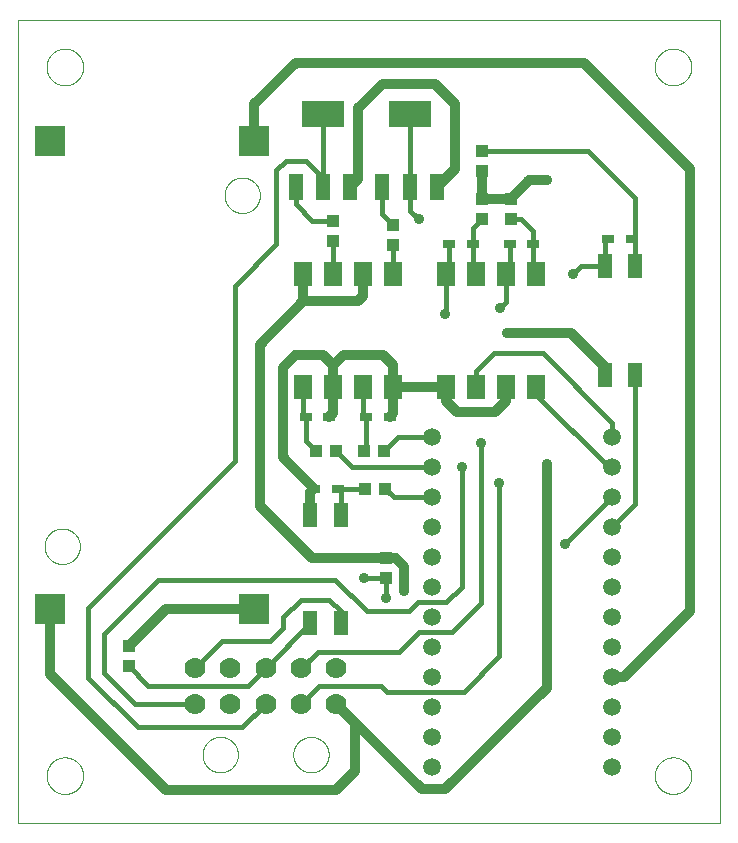
<source format=gtl>
G75*
%MOIN*%
%OFA0B0*%
%FSLAX25Y25*%
%IPPOS*%
%LPD*%
%AMOC8*
5,1,8,0,0,1.08239X$1,22.5*
%
%ADD10C,0.00000*%
%ADD11R,0.03937X0.03150*%
%ADD12R,0.04800X0.08800*%
%ADD13R,0.14173X0.08661*%
%ADD14C,0.07000*%
%ADD15R,0.09843X0.09843*%
%ADD16C,0.05937*%
%ADD17R,0.05118X0.07874*%
%ADD18R,0.04331X0.03937*%
%ADD19R,0.06299X0.07874*%
%ADD20R,0.03937X0.04331*%
%ADD21C,0.03200*%
%ADD22C,0.03562*%
%ADD23C,0.01600*%
D10*
X0001500Y0001500D02*
X0001500Y0269217D01*
X0235752Y0269217D01*
X0235752Y0001500D01*
X0001500Y0001500D01*
X0011146Y0017248D02*
X0011148Y0017404D01*
X0011154Y0017560D01*
X0011164Y0017715D01*
X0011178Y0017870D01*
X0011196Y0018025D01*
X0011218Y0018179D01*
X0011243Y0018333D01*
X0011273Y0018486D01*
X0011307Y0018638D01*
X0011344Y0018790D01*
X0011385Y0018940D01*
X0011430Y0019089D01*
X0011479Y0019237D01*
X0011532Y0019384D01*
X0011588Y0019529D01*
X0011648Y0019673D01*
X0011712Y0019815D01*
X0011780Y0019956D01*
X0011851Y0020094D01*
X0011925Y0020231D01*
X0012003Y0020366D01*
X0012084Y0020499D01*
X0012169Y0020630D01*
X0012257Y0020759D01*
X0012348Y0020885D01*
X0012443Y0021009D01*
X0012540Y0021130D01*
X0012641Y0021249D01*
X0012745Y0021366D01*
X0012851Y0021479D01*
X0012961Y0021590D01*
X0013073Y0021698D01*
X0013188Y0021803D01*
X0013306Y0021906D01*
X0013426Y0022005D01*
X0013549Y0022101D01*
X0013674Y0022194D01*
X0013801Y0022283D01*
X0013931Y0022370D01*
X0014063Y0022453D01*
X0014197Y0022532D01*
X0014333Y0022609D01*
X0014471Y0022681D01*
X0014610Y0022751D01*
X0014752Y0022816D01*
X0014895Y0022878D01*
X0015039Y0022936D01*
X0015185Y0022991D01*
X0015333Y0023042D01*
X0015481Y0023089D01*
X0015631Y0023132D01*
X0015782Y0023171D01*
X0015934Y0023207D01*
X0016086Y0023238D01*
X0016240Y0023266D01*
X0016394Y0023290D01*
X0016548Y0023310D01*
X0016703Y0023326D01*
X0016859Y0023338D01*
X0017014Y0023346D01*
X0017170Y0023350D01*
X0017326Y0023350D01*
X0017482Y0023346D01*
X0017637Y0023338D01*
X0017793Y0023326D01*
X0017948Y0023310D01*
X0018102Y0023290D01*
X0018256Y0023266D01*
X0018410Y0023238D01*
X0018562Y0023207D01*
X0018714Y0023171D01*
X0018865Y0023132D01*
X0019015Y0023089D01*
X0019163Y0023042D01*
X0019311Y0022991D01*
X0019457Y0022936D01*
X0019601Y0022878D01*
X0019744Y0022816D01*
X0019886Y0022751D01*
X0020025Y0022681D01*
X0020163Y0022609D01*
X0020299Y0022532D01*
X0020433Y0022453D01*
X0020565Y0022370D01*
X0020695Y0022283D01*
X0020822Y0022194D01*
X0020947Y0022101D01*
X0021070Y0022005D01*
X0021190Y0021906D01*
X0021308Y0021803D01*
X0021423Y0021698D01*
X0021535Y0021590D01*
X0021645Y0021479D01*
X0021751Y0021366D01*
X0021855Y0021249D01*
X0021956Y0021130D01*
X0022053Y0021009D01*
X0022148Y0020885D01*
X0022239Y0020759D01*
X0022327Y0020630D01*
X0022412Y0020499D01*
X0022493Y0020366D01*
X0022571Y0020231D01*
X0022645Y0020094D01*
X0022716Y0019956D01*
X0022784Y0019815D01*
X0022848Y0019673D01*
X0022908Y0019529D01*
X0022964Y0019384D01*
X0023017Y0019237D01*
X0023066Y0019089D01*
X0023111Y0018940D01*
X0023152Y0018790D01*
X0023189Y0018638D01*
X0023223Y0018486D01*
X0023253Y0018333D01*
X0023278Y0018179D01*
X0023300Y0018025D01*
X0023318Y0017870D01*
X0023332Y0017715D01*
X0023342Y0017560D01*
X0023348Y0017404D01*
X0023350Y0017248D01*
X0023348Y0017092D01*
X0023342Y0016936D01*
X0023332Y0016781D01*
X0023318Y0016626D01*
X0023300Y0016471D01*
X0023278Y0016317D01*
X0023253Y0016163D01*
X0023223Y0016010D01*
X0023189Y0015858D01*
X0023152Y0015706D01*
X0023111Y0015556D01*
X0023066Y0015407D01*
X0023017Y0015259D01*
X0022964Y0015112D01*
X0022908Y0014967D01*
X0022848Y0014823D01*
X0022784Y0014681D01*
X0022716Y0014540D01*
X0022645Y0014402D01*
X0022571Y0014265D01*
X0022493Y0014130D01*
X0022412Y0013997D01*
X0022327Y0013866D01*
X0022239Y0013737D01*
X0022148Y0013611D01*
X0022053Y0013487D01*
X0021956Y0013366D01*
X0021855Y0013247D01*
X0021751Y0013130D01*
X0021645Y0013017D01*
X0021535Y0012906D01*
X0021423Y0012798D01*
X0021308Y0012693D01*
X0021190Y0012590D01*
X0021070Y0012491D01*
X0020947Y0012395D01*
X0020822Y0012302D01*
X0020695Y0012213D01*
X0020565Y0012126D01*
X0020433Y0012043D01*
X0020299Y0011964D01*
X0020163Y0011887D01*
X0020025Y0011815D01*
X0019886Y0011745D01*
X0019744Y0011680D01*
X0019601Y0011618D01*
X0019457Y0011560D01*
X0019311Y0011505D01*
X0019163Y0011454D01*
X0019015Y0011407D01*
X0018865Y0011364D01*
X0018714Y0011325D01*
X0018562Y0011289D01*
X0018410Y0011258D01*
X0018256Y0011230D01*
X0018102Y0011206D01*
X0017948Y0011186D01*
X0017793Y0011170D01*
X0017637Y0011158D01*
X0017482Y0011150D01*
X0017326Y0011146D01*
X0017170Y0011146D01*
X0017014Y0011150D01*
X0016859Y0011158D01*
X0016703Y0011170D01*
X0016548Y0011186D01*
X0016394Y0011206D01*
X0016240Y0011230D01*
X0016086Y0011258D01*
X0015934Y0011289D01*
X0015782Y0011325D01*
X0015631Y0011364D01*
X0015481Y0011407D01*
X0015333Y0011454D01*
X0015185Y0011505D01*
X0015039Y0011560D01*
X0014895Y0011618D01*
X0014752Y0011680D01*
X0014610Y0011745D01*
X0014471Y0011815D01*
X0014333Y0011887D01*
X0014197Y0011964D01*
X0014063Y0012043D01*
X0013931Y0012126D01*
X0013801Y0012213D01*
X0013674Y0012302D01*
X0013549Y0012395D01*
X0013426Y0012491D01*
X0013306Y0012590D01*
X0013188Y0012693D01*
X0013073Y0012798D01*
X0012961Y0012906D01*
X0012851Y0013017D01*
X0012745Y0013130D01*
X0012641Y0013247D01*
X0012540Y0013366D01*
X0012443Y0013487D01*
X0012348Y0013611D01*
X0012257Y0013737D01*
X0012169Y0013866D01*
X0012084Y0013997D01*
X0012003Y0014130D01*
X0011925Y0014265D01*
X0011851Y0014402D01*
X0011780Y0014540D01*
X0011712Y0014681D01*
X0011648Y0014823D01*
X0011588Y0014967D01*
X0011532Y0015112D01*
X0011479Y0015259D01*
X0011430Y0015407D01*
X0011385Y0015556D01*
X0011344Y0015706D01*
X0011307Y0015858D01*
X0011273Y0016010D01*
X0011243Y0016163D01*
X0011218Y0016317D01*
X0011196Y0016471D01*
X0011178Y0016626D01*
X0011164Y0016781D01*
X0011154Y0016936D01*
X0011148Y0017092D01*
X0011146Y0017248D01*
X0063153Y0024256D02*
X0063155Y0024409D01*
X0063161Y0024563D01*
X0063171Y0024716D01*
X0063185Y0024868D01*
X0063203Y0025021D01*
X0063225Y0025172D01*
X0063250Y0025323D01*
X0063280Y0025474D01*
X0063314Y0025624D01*
X0063351Y0025772D01*
X0063392Y0025920D01*
X0063437Y0026066D01*
X0063486Y0026212D01*
X0063539Y0026356D01*
X0063595Y0026498D01*
X0063655Y0026639D01*
X0063719Y0026779D01*
X0063786Y0026917D01*
X0063857Y0027053D01*
X0063932Y0027187D01*
X0064009Y0027319D01*
X0064091Y0027449D01*
X0064175Y0027577D01*
X0064263Y0027703D01*
X0064354Y0027826D01*
X0064448Y0027947D01*
X0064546Y0028065D01*
X0064646Y0028181D01*
X0064750Y0028294D01*
X0064856Y0028405D01*
X0064965Y0028513D01*
X0065077Y0028618D01*
X0065191Y0028719D01*
X0065309Y0028818D01*
X0065428Y0028914D01*
X0065550Y0029007D01*
X0065675Y0029096D01*
X0065802Y0029183D01*
X0065931Y0029265D01*
X0066062Y0029345D01*
X0066195Y0029421D01*
X0066330Y0029494D01*
X0066467Y0029563D01*
X0066606Y0029628D01*
X0066746Y0029690D01*
X0066888Y0029748D01*
X0067031Y0029803D01*
X0067176Y0029854D01*
X0067322Y0029901D01*
X0067469Y0029944D01*
X0067617Y0029983D01*
X0067766Y0030019D01*
X0067916Y0030050D01*
X0068067Y0030078D01*
X0068218Y0030102D01*
X0068371Y0030122D01*
X0068523Y0030138D01*
X0068676Y0030150D01*
X0068829Y0030158D01*
X0068982Y0030162D01*
X0069136Y0030162D01*
X0069289Y0030158D01*
X0069442Y0030150D01*
X0069595Y0030138D01*
X0069747Y0030122D01*
X0069900Y0030102D01*
X0070051Y0030078D01*
X0070202Y0030050D01*
X0070352Y0030019D01*
X0070501Y0029983D01*
X0070649Y0029944D01*
X0070796Y0029901D01*
X0070942Y0029854D01*
X0071087Y0029803D01*
X0071230Y0029748D01*
X0071372Y0029690D01*
X0071512Y0029628D01*
X0071651Y0029563D01*
X0071788Y0029494D01*
X0071923Y0029421D01*
X0072056Y0029345D01*
X0072187Y0029265D01*
X0072316Y0029183D01*
X0072443Y0029096D01*
X0072568Y0029007D01*
X0072690Y0028914D01*
X0072809Y0028818D01*
X0072927Y0028719D01*
X0073041Y0028618D01*
X0073153Y0028513D01*
X0073262Y0028405D01*
X0073368Y0028294D01*
X0073472Y0028181D01*
X0073572Y0028065D01*
X0073670Y0027947D01*
X0073764Y0027826D01*
X0073855Y0027703D01*
X0073943Y0027577D01*
X0074027Y0027449D01*
X0074109Y0027319D01*
X0074186Y0027187D01*
X0074261Y0027053D01*
X0074332Y0026917D01*
X0074399Y0026779D01*
X0074463Y0026639D01*
X0074523Y0026498D01*
X0074579Y0026356D01*
X0074632Y0026212D01*
X0074681Y0026066D01*
X0074726Y0025920D01*
X0074767Y0025772D01*
X0074804Y0025624D01*
X0074838Y0025474D01*
X0074868Y0025323D01*
X0074893Y0025172D01*
X0074915Y0025021D01*
X0074933Y0024868D01*
X0074947Y0024716D01*
X0074957Y0024563D01*
X0074963Y0024409D01*
X0074965Y0024256D01*
X0074963Y0024103D01*
X0074957Y0023949D01*
X0074947Y0023796D01*
X0074933Y0023644D01*
X0074915Y0023491D01*
X0074893Y0023340D01*
X0074868Y0023189D01*
X0074838Y0023038D01*
X0074804Y0022888D01*
X0074767Y0022740D01*
X0074726Y0022592D01*
X0074681Y0022446D01*
X0074632Y0022300D01*
X0074579Y0022156D01*
X0074523Y0022014D01*
X0074463Y0021873D01*
X0074399Y0021733D01*
X0074332Y0021595D01*
X0074261Y0021459D01*
X0074186Y0021325D01*
X0074109Y0021193D01*
X0074027Y0021063D01*
X0073943Y0020935D01*
X0073855Y0020809D01*
X0073764Y0020686D01*
X0073670Y0020565D01*
X0073572Y0020447D01*
X0073472Y0020331D01*
X0073368Y0020218D01*
X0073262Y0020107D01*
X0073153Y0019999D01*
X0073041Y0019894D01*
X0072927Y0019793D01*
X0072809Y0019694D01*
X0072690Y0019598D01*
X0072568Y0019505D01*
X0072443Y0019416D01*
X0072316Y0019329D01*
X0072187Y0019247D01*
X0072056Y0019167D01*
X0071923Y0019091D01*
X0071788Y0019018D01*
X0071651Y0018949D01*
X0071512Y0018884D01*
X0071372Y0018822D01*
X0071230Y0018764D01*
X0071087Y0018709D01*
X0070942Y0018658D01*
X0070796Y0018611D01*
X0070649Y0018568D01*
X0070501Y0018529D01*
X0070352Y0018493D01*
X0070202Y0018462D01*
X0070051Y0018434D01*
X0069900Y0018410D01*
X0069747Y0018390D01*
X0069595Y0018374D01*
X0069442Y0018362D01*
X0069289Y0018354D01*
X0069136Y0018350D01*
X0068982Y0018350D01*
X0068829Y0018354D01*
X0068676Y0018362D01*
X0068523Y0018374D01*
X0068371Y0018390D01*
X0068218Y0018410D01*
X0068067Y0018434D01*
X0067916Y0018462D01*
X0067766Y0018493D01*
X0067617Y0018529D01*
X0067469Y0018568D01*
X0067322Y0018611D01*
X0067176Y0018658D01*
X0067031Y0018709D01*
X0066888Y0018764D01*
X0066746Y0018822D01*
X0066606Y0018884D01*
X0066467Y0018949D01*
X0066330Y0019018D01*
X0066195Y0019091D01*
X0066062Y0019167D01*
X0065931Y0019247D01*
X0065802Y0019329D01*
X0065675Y0019416D01*
X0065550Y0019505D01*
X0065428Y0019598D01*
X0065309Y0019694D01*
X0065191Y0019793D01*
X0065077Y0019894D01*
X0064965Y0019999D01*
X0064856Y0020107D01*
X0064750Y0020218D01*
X0064646Y0020331D01*
X0064546Y0020447D01*
X0064448Y0020565D01*
X0064354Y0020686D01*
X0064263Y0020809D01*
X0064175Y0020935D01*
X0064091Y0021063D01*
X0064009Y0021193D01*
X0063932Y0021325D01*
X0063857Y0021459D01*
X0063786Y0021595D01*
X0063719Y0021733D01*
X0063655Y0021873D01*
X0063595Y0022014D01*
X0063539Y0022156D01*
X0063486Y0022300D01*
X0063437Y0022446D01*
X0063392Y0022592D01*
X0063351Y0022740D01*
X0063314Y0022888D01*
X0063280Y0023038D01*
X0063250Y0023189D01*
X0063225Y0023340D01*
X0063203Y0023491D01*
X0063185Y0023644D01*
X0063171Y0023796D01*
X0063161Y0023949D01*
X0063155Y0024103D01*
X0063153Y0024256D01*
X0093389Y0024256D02*
X0093391Y0024409D01*
X0093397Y0024563D01*
X0093407Y0024716D01*
X0093421Y0024868D01*
X0093439Y0025021D01*
X0093461Y0025172D01*
X0093486Y0025323D01*
X0093516Y0025474D01*
X0093550Y0025624D01*
X0093587Y0025772D01*
X0093628Y0025920D01*
X0093673Y0026066D01*
X0093722Y0026212D01*
X0093775Y0026356D01*
X0093831Y0026498D01*
X0093891Y0026639D01*
X0093955Y0026779D01*
X0094022Y0026917D01*
X0094093Y0027053D01*
X0094168Y0027187D01*
X0094245Y0027319D01*
X0094327Y0027449D01*
X0094411Y0027577D01*
X0094499Y0027703D01*
X0094590Y0027826D01*
X0094684Y0027947D01*
X0094782Y0028065D01*
X0094882Y0028181D01*
X0094986Y0028294D01*
X0095092Y0028405D01*
X0095201Y0028513D01*
X0095313Y0028618D01*
X0095427Y0028719D01*
X0095545Y0028818D01*
X0095664Y0028914D01*
X0095786Y0029007D01*
X0095911Y0029096D01*
X0096038Y0029183D01*
X0096167Y0029265D01*
X0096298Y0029345D01*
X0096431Y0029421D01*
X0096566Y0029494D01*
X0096703Y0029563D01*
X0096842Y0029628D01*
X0096982Y0029690D01*
X0097124Y0029748D01*
X0097267Y0029803D01*
X0097412Y0029854D01*
X0097558Y0029901D01*
X0097705Y0029944D01*
X0097853Y0029983D01*
X0098002Y0030019D01*
X0098152Y0030050D01*
X0098303Y0030078D01*
X0098454Y0030102D01*
X0098607Y0030122D01*
X0098759Y0030138D01*
X0098912Y0030150D01*
X0099065Y0030158D01*
X0099218Y0030162D01*
X0099372Y0030162D01*
X0099525Y0030158D01*
X0099678Y0030150D01*
X0099831Y0030138D01*
X0099983Y0030122D01*
X0100136Y0030102D01*
X0100287Y0030078D01*
X0100438Y0030050D01*
X0100588Y0030019D01*
X0100737Y0029983D01*
X0100885Y0029944D01*
X0101032Y0029901D01*
X0101178Y0029854D01*
X0101323Y0029803D01*
X0101466Y0029748D01*
X0101608Y0029690D01*
X0101748Y0029628D01*
X0101887Y0029563D01*
X0102024Y0029494D01*
X0102159Y0029421D01*
X0102292Y0029345D01*
X0102423Y0029265D01*
X0102552Y0029183D01*
X0102679Y0029096D01*
X0102804Y0029007D01*
X0102926Y0028914D01*
X0103045Y0028818D01*
X0103163Y0028719D01*
X0103277Y0028618D01*
X0103389Y0028513D01*
X0103498Y0028405D01*
X0103604Y0028294D01*
X0103708Y0028181D01*
X0103808Y0028065D01*
X0103906Y0027947D01*
X0104000Y0027826D01*
X0104091Y0027703D01*
X0104179Y0027577D01*
X0104263Y0027449D01*
X0104345Y0027319D01*
X0104422Y0027187D01*
X0104497Y0027053D01*
X0104568Y0026917D01*
X0104635Y0026779D01*
X0104699Y0026639D01*
X0104759Y0026498D01*
X0104815Y0026356D01*
X0104868Y0026212D01*
X0104917Y0026066D01*
X0104962Y0025920D01*
X0105003Y0025772D01*
X0105040Y0025624D01*
X0105074Y0025474D01*
X0105104Y0025323D01*
X0105129Y0025172D01*
X0105151Y0025021D01*
X0105169Y0024868D01*
X0105183Y0024716D01*
X0105193Y0024563D01*
X0105199Y0024409D01*
X0105201Y0024256D01*
X0105199Y0024103D01*
X0105193Y0023949D01*
X0105183Y0023796D01*
X0105169Y0023644D01*
X0105151Y0023491D01*
X0105129Y0023340D01*
X0105104Y0023189D01*
X0105074Y0023038D01*
X0105040Y0022888D01*
X0105003Y0022740D01*
X0104962Y0022592D01*
X0104917Y0022446D01*
X0104868Y0022300D01*
X0104815Y0022156D01*
X0104759Y0022014D01*
X0104699Y0021873D01*
X0104635Y0021733D01*
X0104568Y0021595D01*
X0104497Y0021459D01*
X0104422Y0021325D01*
X0104345Y0021193D01*
X0104263Y0021063D01*
X0104179Y0020935D01*
X0104091Y0020809D01*
X0104000Y0020686D01*
X0103906Y0020565D01*
X0103808Y0020447D01*
X0103708Y0020331D01*
X0103604Y0020218D01*
X0103498Y0020107D01*
X0103389Y0019999D01*
X0103277Y0019894D01*
X0103163Y0019793D01*
X0103045Y0019694D01*
X0102926Y0019598D01*
X0102804Y0019505D01*
X0102679Y0019416D01*
X0102552Y0019329D01*
X0102423Y0019247D01*
X0102292Y0019167D01*
X0102159Y0019091D01*
X0102024Y0019018D01*
X0101887Y0018949D01*
X0101748Y0018884D01*
X0101608Y0018822D01*
X0101466Y0018764D01*
X0101323Y0018709D01*
X0101178Y0018658D01*
X0101032Y0018611D01*
X0100885Y0018568D01*
X0100737Y0018529D01*
X0100588Y0018493D01*
X0100438Y0018462D01*
X0100287Y0018434D01*
X0100136Y0018410D01*
X0099983Y0018390D01*
X0099831Y0018374D01*
X0099678Y0018362D01*
X0099525Y0018354D01*
X0099372Y0018350D01*
X0099218Y0018350D01*
X0099065Y0018354D01*
X0098912Y0018362D01*
X0098759Y0018374D01*
X0098607Y0018390D01*
X0098454Y0018410D01*
X0098303Y0018434D01*
X0098152Y0018462D01*
X0098002Y0018493D01*
X0097853Y0018529D01*
X0097705Y0018568D01*
X0097558Y0018611D01*
X0097412Y0018658D01*
X0097267Y0018709D01*
X0097124Y0018764D01*
X0096982Y0018822D01*
X0096842Y0018884D01*
X0096703Y0018949D01*
X0096566Y0019018D01*
X0096431Y0019091D01*
X0096298Y0019167D01*
X0096167Y0019247D01*
X0096038Y0019329D01*
X0095911Y0019416D01*
X0095786Y0019505D01*
X0095664Y0019598D01*
X0095545Y0019694D01*
X0095427Y0019793D01*
X0095313Y0019894D01*
X0095201Y0019999D01*
X0095092Y0020107D01*
X0094986Y0020218D01*
X0094882Y0020331D01*
X0094782Y0020447D01*
X0094684Y0020565D01*
X0094590Y0020686D01*
X0094499Y0020809D01*
X0094411Y0020935D01*
X0094327Y0021063D01*
X0094245Y0021193D01*
X0094168Y0021325D01*
X0094093Y0021459D01*
X0094022Y0021595D01*
X0093955Y0021733D01*
X0093891Y0021873D01*
X0093831Y0022014D01*
X0093775Y0022156D01*
X0093722Y0022300D01*
X0093673Y0022446D01*
X0093628Y0022592D01*
X0093587Y0022740D01*
X0093550Y0022888D01*
X0093516Y0023038D01*
X0093486Y0023189D01*
X0093461Y0023340D01*
X0093439Y0023491D01*
X0093421Y0023644D01*
X0093407Y0023796D01*
X0093397Y0023949D01*
X0093391Y0024103D01*
X0093389Y0024256D01*
X0010476Y0093713D02*
X0010478Y0093866D01*
X0010484Y0094020D01*
X0010494Y0094173D01*
X0010508Y0094325D01*
X0010526Y0094478D01*
X0010548Y0094629D01*
X0010573Y0094780D01*
X0010603Y0094931D01*
X0010637Y0095081D01*
X0010674Y0095229D01*
X0010715Y0095377D01*
X0010760Y0095523D01*
X0010809Y0095669D01*
X0010862Y0095813D01*
X0010918Y0095955D01*
X0010978Y0096096D01*
X0011042Y0096236D01*
X0011109Y0096374D01*
X0011180Y0096510D01*
X0011255Y0096644D01*
X0011332Y0096776D01*
X0011414Y0096906D01*
X0011498Y0097034D01*
X0011586Y0097160D01*
X0011677Y0097283D01*
X0011771Y0097404D01*
X0011869Y0097522D01*
X0011969Y0097638D01*
X0012073Y0097751D01*
X0012179Y0097862D01*
X0012288Y0097970D01*
X0012400Y0098075D01*
X0012514Y0098176D01*
X0012632Y0098275D01*
X0012751Y0098371D01*
X0012873Y0098464D01*
X0012998Y0098553D01*
X0013125Y0098640D01*
X0013254Y0098722D01*
X0013385Y0098802D01*
X0013518Y0098878D01*
X0013653Y0098951D01*
X0013790Y0099020D01*
X0013929Y0099085D01*
X0014069Y0099147D01*
X0014211Y0099205D01*
X0014354Y0099260D01*
X0014499Y0099311D01*
X0014645Y0099358D01*
X0014792Y0099401D01*
X0014940Y0099440D01*
X0015089Y0099476D01*
X0015239Y0099507D01*
X0015390Y0099535D01*
X0015541Y0099559D01*
X0015694Y0099579D01*
X0015846Y0099595D01*
X0015999Y0099607D01*
X0016152Y0099615D01*
X0016305Y0099619D01*
X0016459Y0099619D01*
X0016612Y0099615D01*
X0016765Y0099607D01*
X0016918Y0099595D01*
X0017070Y0099579D01*
X0017223Y0099559D01*
X0017374Y0099535D01*
X0017525Y0099507D01*
X0017675Y0099476D01*
X0017824Y0099440D01*
X0017972Y0099401D01*
X0018119Y0099358D01*
X0018265Y0099311D01*
X0018410Y0099260D01*
X0018553Y0099205D01*
X0018695Y0099147D01*
X0018835Y0099085D01*
X0018974Y0099020D01*
X0019111Y0098951D01*
X0019246Y0098878D01*
X0019379Y0098802D01*
X0019510Y0098722D01*
X0019639Y0098640D01*
X0019766Y0098553D01*
X0019891Y0098464D01*
X0020013Y0098371D01*
X0020132Y0098275D01*
X0020250Y0098176D01*
X0020364Y0098075D01*
X0020476Y0097970D01*
X0020585Y0097862D01*
X0020691Y0097751D01*
X0020795Y0097638D01*
X0020895Y0097522D01*
X0020993Y0097404D01*
X0021087Y0097283D01*
X0021178Y0097160D01*
X0021266Y0097034D01*
X0021350Y0096906D01*
X0021432Y0096776D01*
X0021509Y0096644D01*
X0021584Y0096510D01*
X0021655Y0096374D01*
X0021722Y0096236D01*
X0021786Y0096096D01*
X0021846Y0095955D01*
X0021902Y0095813D01*
X0021955Y0095669D01*
X0022004Y0095523D01*
X0022049Y0095377D01*
X0022090Y0095229D01*
X0022127Y0095081D01*
X0022161Y0094931D01*
X0022191Y0094780D01*
X0022216Y0094629D01*
X0022238Y0094478D01*
X0022256Y0094325D01*
X0022270Y0094173D01*
X0022280Y0094020D01*
X0022286Y0093866D01*
X0022288Y0093713D01*
X0022286Y0093560D01*
X0022280Y0093406D01*
X0022270Y0093253D01*
X0022256Y0093101D01*
X0022238Y0092948D01*
X0022216Y0092797D01*
X0022191Y0092646D01*
X0022161Y0092495D01*
X0022127Y0092345D01*
X0022090Y0092197D01*
X0022049Y0092049D01*
X0022004Y0091903D01*
X0021955Y0091757D01*
X0021902Y0091613D01*
X0021846Y0091471D01*
X0021786Y0091330D01*
X0021722Y0091190D01*
X0021655Y0091052D01*
X0021584Y0090916D01*
X0021509Y0090782D01*
X0021432Y0090650D01*
X0021350Y0090520D01*
X0021266Y0090392D01*
X0021178Y0090266D01*
X0021087Y0090143D01*
X0020993Y0090022D01*
X0020895Y0089904D01*
X0020795Y0089788D01*
X0020691Y0089675D01*
X0020585Y0089564D01*
X0020476Y0089456D01*
X0020364Y0089351D01*
X0020250Y0089250D01*
X0020132Y0089151D01*
X0020013Y0089055D01*
X0019891Y0088962D01*
X0019766Y0088873D01*
X0019639Y0088786D01*
X0019510Y0088704D01*
X0019379Y0088624D01*
X0019246Y0088548D01*
X0019111Y0088475D01*
X0018974Y0088406D01*
X0018835Y0088341D01*
X0018695Y0088279D01*
X0018553Y0088221D01*
X0018410Y0088166D01*
X0018265Y0088115D01*
X0018119Y0088068D01*
X0017972Y0088025D01*
X0017824Y0087986D01*
X0017675Y0087950D01*
X0017525Y0087919D01*
X0017374Y0087891D01*
X0017223Y0087867D01*
X0017070Y0087847D01*
X0016918Y0087831D01*
X0016765Y0087819D01*
X0016612Y0087811D01*
X0016459Y0087807D01*
X0016305Y0087807D01*
X0016152Y0087811D01*
X0015999Y0087819D01*
X0015846Y0087831D01*
X0015694Y0087847D01*
X0015541Y0087867D01*
X0015390Y0087891D01*
X0015239Y0087919D01*
X0015089Y0087950D01*
X0014940Y0087986D01*
X0014792Y0088025D01*
X0014645Y0088068D01*
X0014499Y0088115D01*
X0014354Y0088166D01*
X0014211Y0088221D01*
X0014069Y0088279D01*
X0013929Y0088341D01*
X0013790Y0088406D01*
X0013653Y0088475D01*
X0013518Y0088548D01*
X0013385Y0088624D01*
X0013254Y0088704D01*
X0013125Y0088786D01*
X0012998Y0088873D01*
X0012873Y0088962D01*
X0012751Y0089055D01*
X0012632Y0089151D01*
X0012514Y0089250D01*
X0012400Y0089351D01*
X0012288Y0089456D01*
X0012179Y0089564D01*
X0012073Y0089675D01*
X0011969Y0089788D01*
X0011869Y0089904D01*
X0011771Y0090022D01*
X0011677Y0090143D01*
X0011586Y0090266D01*
X0011498Y0090392D01*
X0011414Y0090520D01*
X0011332Y0090650D01*
X0011255Y0090782D01*
X0011180Y0090916D01*
X0011109Y0091052D01*
X0011042Y0091190D01*
X0010978Y0091330D01*
X0010918Y0091471D01*
X0010862Y0091613D01*
X0010809Y0091757D01*
X0010760Y0091903D01*
X0010715Y0092049D01*
X0010674Y0092197D01*
X0010637Y0092345D01*
X0010603Y0092495D01*
X0010573Y0092646D01*
X0010548Y0092797D01*
X0010526Y0092948D01*
X0010508Y0093101D01*
X0010494Y0093253D01*
X0010484Y0093406D01*
X0010478Y0093560D01*
X0010476Y0093713D01*
X0070476Y0210713D02*
X0070478Y0210866D01*
X0070484Y0211020D01*
X0070494Y0211173D01*
X0070508Y0211325D01*
X0070526Y0211478D01*
X0070548Y0211629D01*
X0070573Y0211780D01*
X0070603Y0211931D01*
X0070637Y0212081D01*
X0070674Y0212229D01*
X0070715Y0212377D01*
X0070760Y0212523D01*
X0070809Y0212669D01*
X0070862Y0212813D01*
X0070918Y0212955D01*
X0070978Y0213096D01*
X0071042Y0213236D01*
X0071109Y0213374D01*
X0071180Y0213510D01*
X0071255Y0213644D01*
X0071332Y0213776D01*
X0071414Y0213906D01*
X0071498Y0214034D01*
X0071586Y0214160D01*
X0071677Y0214283D01*
X0071771Y0214404D01*
X0071869Y0214522D01*
X0071969Y0214638D01*
X0072073Y0214751D01*
X0072179Y0214862D01*
X0072288Y0214970D01*
X0072400Y0215075D01*
X0072514Y0215176D01*
X0072632Y0215275D01*
X0072751Y0215371D01*
X0072873Y0215464D01*
X0072998Y0215553D01*
X0073125Y0215640D01*
X0073254Y0215722D01*
X0073385Y0215802D01*
X0073518Y0215878D01*
X0073653Y0215951D01*
X0073790Y0216020D01*
X0073929Y0216085D01*
X0074069Y0216147D01*
X0074211Y0216205D01*
X0074354Y0216260D01*
X0074499Y0216311D01*
X0074645Y0216358D01*
X0074792Y0216401D01*
X0074940Y0216440D01*
X0075089Y0216476D01*
X0075239Y0216507D01*
X0075390Y0216535D01*
X0075541Y0216559D01*
X0075694Y0216579D01*
X0075846Y0216595D01*
X0075999Y0216607D01*
X0076152Y0216615D01*
X0076305Y0216619D01*
X0076459Y0216619D01*
X0076612Y0216615D01*
X0076765Y0216607D01*
X0076918Y0216595D01*
X0077070Y0216579D01*
X0077223Y0216559D01*
X0077374Y0216535D01*
X0077525Y0216507D01*
X0077675Y0216476D01*
X0077824Y0216440D01*
X0077972Y0216401D01*
X0078119Y0216358D01*
X0078265Y0216311D01*
X0078410Y0216260D01*
X0078553Y0216205D01*
X0078695Y0216147D01*
X0078835Y0216085D01*
X0078974Y0216020D01*
X0079111Y0215951D01*
X0079246Y0215878D01*
X0079379Y0215802D01*
X0079510Y0215722D01*
X0079639Y0215640D01*
X0079766Y0215553D01*
X0079891Y0215464D01*
X0080013Y0215371D01*
X0080132Y0215275D01*
X0080250Y0215176D01*
X0080364Y0215075D01*
X0080476Y0214970D01*
X0080585Y0214862D01*
X0080691Y0214751D01*
X0080795Y0214638D01*
X0080895Y0214522D01*
X0080993Y0214404D01*
X0081087Y0214283D01*
X0081178Y0214160D01*
X0081266Y0214034D01*
X0081350Y0213906D01*
X0081432Y0213776D01*
X0081509Y0213644D01*
X0081584Y0213510D01*
X0081655Y0213374D01*
X0081722Y0213236D01*
X0081786Y0213096D01*
X0081846Y0212955D01*
X0081902Y0212813D01*
X0081955Y0212669D01*
X0082004Y0212523D01*
X0082049Y0212377D01*
X0082090Y0212229D01*
X0082127Y0212081D01*
X0082161Y0211931D01*
X0082191Y0211780D01*
X0082216Y0211629D01*
X0082238Y0211478D01*
X0082256Y0211325D01*
X0082270Y0211173D01*
X0082280Y0211020D01*
X0082286Y0210866D01*
X0082288Y0210713D01*
X0082286Y0210560D01*
X0082280Y0210406D01*
X0082270Y0210253D01*
X0082256Y0210101D01*
X0082238Y0209948D01*
X0082216Y0209797D01*
X0082191Y0209646D01*
X0082161Y0209495D01*
X0082127Y0209345D01*
X0082090Y0209197D01*
X0082049Y0209049D01*
X0082004Y0208903D01*
X0081955Y0208757D01*
X0081902Y0208613D01*
X0081846Y0208471D01*
X0081786Y0208330D01*
X0081722Y0208190D01*
X0081655Y0208052D01*
X0081584Y0207916D01*
X0081509Y0207782D01*
X0081432Y0207650D01*
X0081350Y0207520D01*
X0081266Y0207392D01*
X0081178Y0207266D01*
X0081087Y0207143D01*
X0080993Y0207022D01*
X0080895Y0206904D01*
X0080795Y0206788D01*
X0080691Y0206675D01*
X0080585Y0206564D01*
X0080476Y0206456D01*
X0080364Y0206351D01*
X0080250Y0206250D01*
X0080132Y0206151D01*
X0080013Y0206055D01*
X0079891Y0205962D01*
X0079766Y0205873D01*
X0079639Y0205786D01*
X0079510Y0205704D01*
X0079379Y0205624D01*
X0079246Y0205548D01*
X0079111Y0205475D01*
X0078974Y0205406D01*
X0078835Y0205341D01*
X0078695Y0205279D01*
X0078553Y0205221D01*
X0078410Y0205166D01*
X0078265Y0205115D01*
X0078119Y0205068D01*
X0077972Y0205025D01*
X0077824Y0204986D01*
X0077675Y0204950D01*
X0077525Y0204919D01*
X0077374Y0204891D01*
X0077223Y0204867D01*
X0077070Y0204847D01*
X0076918Y0204831D01*
X0076765Y0204819D01*
X0076612Y0204811D01*
X0076459Y0204807D01*
X0076305Y0204807D01*
X0076152Y0204811D01*
X0075999Y0204819D01*
X0075846Y0204831D01*
X0075694Y0204847D01*
X0075541Y0204867D01*
X0075390Y0204891D01*
X0075239Y0204919D01*
X0075089Y0204950D01*
X0074940Y0204986D01*
X0074792Y0205025D01*
X0074645Y0205068D01*
X0074499Y0205115D01*
X0074354Y0205166D01*
X0074211Y0205221D01*
X0074069Y0205279D01*
X0073929Y0205341D01*
X0073790Y0205406D01*
X0073653Y0205475D01*
X0073518Y0205548D01*
X0073385Y0205624D01*
X0073254Y0205704D01*
X0073125Y0205786D01*
X0072998Y0205873D01*
X0072873Y0205962D01*
X0072751Y0206055D01*
X0072632Y0206151D01*
X0072514Y0206250D01*
X0072400Y0206351D01*
X0072288Y0206456D01*
X0072179Y0206564D01*
X0072073Y0206675D01*
X0071969Y0206788D01*
X0071869Y0206904D01*
X0071771Y0207022D01*
X0071677Y0207143D01*
X0071586Y0207266D01*
X0071498Y0207392D01*
X0071414Y0207520D01*
X0071332Y0207650D01*
X0071255Y0207782D01*
X0071180Y0207916D01*
X0071109Y0208052D01*
X0071042Y0208190D01*
X0070978Y0208330D01*
X0070918Y0208471D01*
X0070862Y0208613D01*
X0070809Y0208757D01*
X0070760Y0208903D01*
X0070715Y0209049D01*
X0070674Y0209197D01*
X0070637Y0209345D01*
X0070603Y0209495D01*
X0070573Y0209646D01*
X0070548Y0209797D01*
X0070526Y0209948D01*
X0070508Y0210101D01*
X0070494Y0210253D01*
X0070484Y0210406D01*
X0070478Y0210560D01*
X0070476Y0210713D01*
X0011146Y0253469D02*
X0011148Y0253625D01*
X0011154Y0253781D01*
X0011164Y0253936D01*
X0011178Y0254091D01*
X0011196Y0254246D01*
X0011218Y0254400D01*
X0011243Y0254554D01*
X0011273Y0254707D01*
X0011307Y0254859D01*
X0011344Y0255011D01*
X0011385Y0255161D01*
X0011430Y0255310D01*
X0011479Y0255458D01*
X0011532Y0255605D01*
X0011588Y0255750D01*
X0011648Y0255894D01*
X0011712Y0256036D01*
X0011780Y0256177D01*
X0011851Y0256315D01*
X0011925Y0256452D01*
X0012003Y0256587D01*
X0012084Y0256720D01*
X0012169Y0256851D01*
X0012257Y0256980D01*
X0012348Y0257106D01*
X0012443Y0257230D01*
X0012540Y0257351D01*
X0012641Y0257470D01*
X0012745Y0257587D01*
X0012851Y0257700D01*
X0012961Y0257811D01*
X0013073Y0257919D01*
X0013188Y0258024D01*
X0013306Y0258127D01*
X0013426Y0258226D01*
X0013549Y0258322D01*
X0013674Y0258415D01*
X0013801Y0258504D01*
X0013931Y0258591D01*
X0014063Y0258674D01*
X0014197Y0258753D01*
X0014333Y0258830D01*
X0014471Y0258902D01*
X0014610Y0258972D01*
X0014752Y0259037D01*
X0014895Y0259099D01*
X0015039Y0259157D01*
X0015185Y0259212D01*
X0015333Y0259263D01*
X0015481Y0259310D01*
X0015631Y0259353D01*
X0015782Y0259392D01*
X0015934Y0259428D01*
X0016086Y0259459D01*
X0016240Y0259487D01*
X0016394Y0259511D01*
X0016548Y0259531D01*
X0016703Y0259547D01*
X0016859Y0259559D01*
X0017014Y0259567D01*
X0017170Y0259571D01*
X0017326Y0259571D01*
X0017482Y0259567D01*
X0017637Y0259559D01*
X0017793Y0259547D01*
X0017948Y0259531D01*
X0018102Y0259511D01*
X0018256Y0259487D01*
X0018410Y0259459D01*
X0018562Y0259428D01*
X0018714Y0259392D01*
X0018865Y0259353D01*
X0019015Y0259310D01*
X0019163Y0259263D01*
X0019311Y0259212D01*
X0019457Y0259157D01*
X0019601Y0259099D01*
X0019744Y0259037D01*
X0019886Y0258972D01*
X0020025Y0258902D01*
X0020163Y0258830D01*
X0020299Y0258753D01*
X0020433Y0258674D01*
X0020565Y0258591D01*
X0020695Y0258504D01*
X0020822Y0258415D01*
X0020947Y0258322D01*
X0021070Y0258226D01*
X0021190Y0258127D01*
X0021308Y0258024D01*
X0021423Y0257919D01*
X0021535Y0257811D01*
X0021645Y0257700D01*
X0021751Y0257587D01*
X0021855Y0257470D01*
X0021956Y0257351D01*
X0022053Y0257230D01*
X0022148Y0257106D01*
X0022239Y0256980D01*
X0022327Y0256851D01*
X0022412Y0256720D01*
X0022493Y0256587D01*
X0022571Y0256452D01*
X0022645Y0256315D01*
X0022716Y0256177D01*
X0022784Y0256036D01*
X0022848Y0255894D01*
X0022908Y0255750D01*
X0022964Y0255605D01*
X0023017Y0255458D01*
X0023066Y0255310D01*
X0023111Y0255161D01*
X0023152Y0255011D01*
X0023189Y0254859D01*
X0023223Y0254707D01*
X0023253Y0254554D01*
X0023278Y0254400D01*
X0023300Y0254246D01*
X0023318Y0254091D01*
X0023332Y0253936D01*
X0023342Y0253781D01*
X0023348Y0253625D01*
X0023350Y0253469D01*
X0023348Y0253313D01*
X0023342Y0253157D01*
X0023332Y0253002D01*
X0023318Y0252847D01*
X0023300Y0252692D01*
X0023278Y0252538D01*
X0023253Y0252384D01*
X0023223Y0252231D01*
X0023189Y0252079D01*
X0023152Y0251927D01*
X0023111Y0251777D01*
X0023066Y0251628D01*
X0023017Y0251480D01*
X0022964Y0251333D01*
X0022908Y0251188D01*
X0022848Y0251044D01*
X0022784Y0250902D01*
X0022716Y0250761D01*
X0022645Y0250623D01*
X0022571Y0250486D01*
X0022493Y0250351D01*
X0022412Y0250218D01*
X0022327Y0250087D01*
X0022239Y0249958D01*
X0022148Y0249832D01*
X0022053Y0249708D01*
X0021956Y0249587D01*
X0021855Y0249468D01*
X0021751Y0249351D01*
X0021645Y0249238D01*
X0021535Y0249127D01*
X0021423Y0249019D01*
X0021308Y0248914D01*
X0021190Y0248811D01*
X0021070Y0248712D01*
X0020947Y0248616D01*
X0020822Y0248523D01*
X0020695Y0248434D01*
X0020565Y0248347D01*
X0020433Y0248264D01*
X0020299Y0248185D01*
X0020163Y0248108D01*
X0020025Y0248036D01*
X0019886Y0247966D01*
X0019744Y0247901D01*
X0019601Y0247839D01*
X0019457Y0247781D01*
X0019311Y0247726D01*
X0019163Y0247675D01*
X0019015Y0247628D01*
X0018865Y0247585D01*
X0018714Y0247546D01*
X0018562Y0247510D01*
X0018410Y0247479D01*
X0018256Y0247451D01*
X0018102Y0247427D01*
X0017948Y0247407D01*
X0017793Y0247391D01*
X0017637Y0247379D01*
X0017482Y0247371D01*
X0017326Y0247367D01*
X0017170Y0247367D01*
X0017014Y0247371D01*
X0016859Y0247379D01*
X0016703Y0247391D01*
X0016548Y0247407D01*
X0016394Y0247427D01*
X0016240Y0247451D01*
X0016086Y0247479D01*
X0015934Y0247510D01*
X0015782Y0247546D01*
X0015631Y0247585D01*
X0015481Y0247628D01*
X0015333Y0247675D01*
X0015185Y0247726D01*
X0015039Y0247781D01*
X0014895Y0247839D01*
X0014752Y0247901D01*
X0014610Y0247966D01*
X0014471Y0248036D01*
X0014333Y0248108D01*
X0014197Y0248185D01*
X0014063Y0248264D01*
X0013931Y0248347D01*
X0013801Y0248434D01*
X0013674Y0248523D01*
X0013549Y0248616D01*
X0013426Y0248712D01*
X0013306Y0248811D01*
X0013188Y0248914D01*
X0013073Y0249019D01*
X0012961Y0249127D01*
X0012851Y0249238D01*
X0012745Y0249351D01*
X0012641Y0249468D01*
X0012540Y0249587D01*
X0012443Y0249708D01*
X0012348Y0249832D01*
X0012257Y0249958D01*
X0012169Y0250087D01*
X0012084Y0250218D01*
X0012003Y0250351D01*
X0011925Y0250486D01*
X0011851Y0250623D01*
X0011780Y0250761D01*
X0011712Y0250902D01*
X0011648Y0251044D01*
X0011588Y0251188D01*
X0011532Y0251333D01*
X0011479Y0251480D01*
X0011430Y0251628D01*
X0011385Y0251777D01*
X0011344Y0251927D01*
X0011307Y0252079D01*
X0011273Y0252231D01*
X0011243Y0252384D01*
X0011218Y0252538D01*
X0011196Y0252692D01*
X0011178Y0252847D01*
X0011164Y0253002D01*
X0011154Y0253157D01*
X0011148Y0253313D01*
X0011146Y0253469D01*
X0213902Y0253469D02*
X0213904Y0253625D01*
X0213910Y0253781D01*
X0213920Y0253936D01*
X0213934Y0254091D01*
X0213952Y0254246D01*
X0213974Y0254400D01*
X0213999Y0254554D01*
X0214029Y0254707D01*
X0214063Y0254859D01*
X0214100Y0255011D01*
X0214141Y0255161D01*
X0214186Y0255310D01*
X0214235Y0255458D01*
X0214288Y0255605D01*
X0214344Y0255750D01*
X0214404Y0255894D01*
X0214468Y0256036D01*
X0214536Y0256177D01*
X0214607Y0256315D01*
X0214681Y0256452D01*
X0214759Y0256587D01*
X0214840Y0256720D01*
X0214925Y0256851D01*
X0215013Y0256980D01*
X0215104Y0257106D01*
X0215199Y0257230D01*
X0215296Y0257351D01*
X0215397Y0257470D01*
X0215501Y0257587D01*
X0215607Y0257700D01*
X0215717Y0257811D01*
X0215829Y0257919D01*
X0215944Y0258024D01*
X0216062Y0258127D01*
X0216182Y0258226D01*
X0216305Y0258322D01*
X0216430Y0258415D01*
X0216557Y0258504D01*
X0216687Y0258591D01*
X0216819Y0258674D01*
X0216953Y0258753D01*
X0217089Y0258830D01*
X0217227Y0258902D01*
X0217366Y0258972D01*
X0217508Y0259037D01*
X0217651Y0259099D01*
X0217795Y0259157D01*
X0217941Y0259212D01*
X0218089Y0259263D01*
X0218237Y0259310D01*
X0218387Y0259353D01*
X0218538Y0259392D01*
X0218690Y0259428D01*
X0218842Y0259459D01*
X0218996Y0259487D01*
X0219150Y0259511D01*
X0219304Y0259531D01*
X0219459Y0259547D01*
X0219615Y0259559D01*
X0219770Y0259567D01*
X0219926Y0259571D01*
X0220082Y0259571D01*
X0220238Y0259567D01*
X0220393Y0259559D01*
X0220549Y0259547D01*
X0220704Y0259531D01*
X0220858Y0259511D01*
X0221012Y0259487D01*
X0221166Y0259459D01*
X0221318Y0259428D01*
X0221470Y0259392D01*
X0221621Y0259353D01*
X0221771Y0259310D01*
X0221919Y0259263D01*
X0222067Y0259212D01*
X0222213Y0259157D01*
X0222357Y0259099D01*
X0222500Y0259037D01*
X0222642Y0258972D01*
X0222781Y0258902D01*
X0222919Y0258830D01*
X0223055Y0258753D01*
X0223189Y0258674D01*
X0223321Y0258591D01*
X0223451Y0258504D01*
X0223578Y0258415D01*
X0223703Y0258322D01*
X0223826Y0258226D01*
X0223946Y0258127D01*
X0224064Y0258024D01*
X0224179Y0257919D01*
X0224291Y0257811D01*
X0224401Y0257700D01*
X0224507Y0257587D01*
X0224611Y0257470D01*
X0224712Y0257351D01*
X0224809Y0257230D01*
X0224904Y0257106D01*
X0224995Y0256980D01*
X0225083Y0256851D01*
X0225168Y0256720D01*
X0225249Y0256587D01*
X0225327Y0256452D01*
X0225401Y0256315D01*
X0225472Y0256177D01*
X0225540Y0256036D01*
X0225604Y0255894D01*
X0225664Y0255750D01*
X0225720Y0255605D01*
X0225773Y0255458D01*
X0225822Y0255310D01*
X0225867Y0255161D01*
X0225908Y0255011D01*
X0225945Y0254859D01*
X0225979Y0254707D01*
X0226009Y0254554D01*
X0226034Y0254400D01*
X0226056Y0254246D01*
X0226074Y0254091D01*
X0226088Y0253936D01*
X0226098Y0253781D01*
X0226104Y0253625D01*
X0226106Y0253469D01*
X0226104Y0253313D01*
X0226098Y0253157D01*
X0226088Y0253002D01*
X0226074Y0252847D01*
X0226056Y0252692D01*
X0226034Y0252538D01*
X0226009Y0252384D01*
X0225979Y0252231D01*
X0225945Y0252079D01*
X0225908Y0251927D01*
X0225867Y0251777D01*
X0225822Y0251628D01*
X0225773Y0251480D01*
X0225720Y0251333D01*
X0225664Y0251188D01*
X0225604Y0251044D01*
X0225540Y0250902D01*
X0225472Y0250761D01*
X0225401Y0250623D01*
X0225327Y0250486D01*
X0225249Y0250351D01*
X0225168Y0250218D01*
X0225083Y0250087D01*
X0224995Y0249958D01*
X0224904Y0249832D01*
X0224809Y0249708D01*
X0224712Y0249587D01*
X0224611Y0249468D01*
X0224507Y0249351D01*
X0224401Y0249238D01*
X0224291Y0249127D01*
X0224179Y0249019D01*
X0224064Y0248914D01*
X0223946Y0248811D01*
X0223826Y0248712D01*
X0223703Y0248616D01*
X0223578Y0248523D01*
X0223451Y0248434D01*
X0223321Y0248347D01*
X0223189Y0248264D01*
X0223055Y0248185D01*
X0222919Y0248108D01*
X0222781Y0248036D01*
X0222642Y0247966D01*
X0222500Y0247901D01*
X0222357Y0247839D01*
X0222213Y0247781D01*
X0222067Y0247726D01*
X0221919Y0247675D01*
X0221771Y0247628D01*
X0221621Y0247585D01*
X0221470Y0247546D01*
X0221318Y0247510D01*
X0221166Y0247479D01*
X0221012Y0247451D01*
X0220858Y0247427D01*
X0220704Y0247407D01*
X0220549Y0247391D01*
X0220393Y0247379D01*
X0220238Y0247371D01*
X0220082Y0247367D01*
X0219926Y0247367D01*
X0219770Y0247371D01*
X0219615Y0247379D01*
X0219459Y0247391D01*
X0219304Y0247407D01*
X0219150Y0247427D01*
X0218996Y0247451D01*
X0218842Y0247479D01*
X0218690Y0247510D01*
X0218538Y0247546D01*
X0218387Y0247585D01*
X0218237Y0247628D01*
X0218089Y0247675D01*
X0217941Y0247726D01*
X0217795Y0247781D01*
X0217651Y0247839D01*
X0217508Y0247901D01*
X0217366Y0247966D01*
X0217227Y0248036D01*
X0217089Y0248108D01*
X0216953Y0248185D01*
X0216819Y0248264D01*
X0216687Y0248347D01*
X0216557Y0248434D01*
X0216430Y0248523D01*
X0216305Y0248616D01*
X0216182Y0248712D01*
X0216062Y0248811D01*
X0215944Y0248914D01*
X0215829Y0249019D01*
X0215717Y0249127D01*
X0215607Y0249238D01*
X0215501Y0249351D01*
X0215397Y0249468D01*
X0215296Y0249587D01*
X0215199Y0249708D01*
X0215104Y0249832D01*
X0215013Y0249958D01*
X0214925Y0250087D01*
X0214840Y0250218D01*
X0214759Y0250351D01*
X0214681Y0250486D01*
X0214607Y0250623D01*
X0214536Y0250761D01*
X0214468Y0250902D01*
X0214404Y0251044D01*
X0214344Y0251188D01*
X0214288Y0251333D01*
X0214235Y0251480D01*
X0214186Y0251628D01*
X0214141Y0251777D01*
X0214100Y0251927D01*
X0214063Y0252079D01*
X0214029Y0252231D01*
X0213999Y0252384D01*
X0213974Y0252538D01*
X0213952Y0252692D01*
X0213934Y0252847D01*
X0213920Y0253002D01*
X0213910Y0253157D01*
X0213904Y0253313D01*
X0213902Y0253469D01*
X0213902Y0017248D02*
X0213904Y0017404D01*
X0213910Y0017560D01*
X0213920Y0017715D01*
X0213934Y0017870D01*
X0213952Y0018025D01*
X0213974Y0018179D01*
X0213999Y0018333D01*
X0214029Y0018486D01*
X0214063Y0018638D01*
X0214100Y0018790D01*
X0214141Y0018940D01*
X0214186Y0019089D01*
X0214235Y0019237D01*
X0214288Y0019384D01*
X0214344Y0019529D01*
X0214404Y0019673D01*
X0214468Y0019815D01*
X0214536Y0019956D01*
X0214607Y0020094D01*
X0214681Y0020231D01*
X0214759Y0020366D01*
X0214840Y0020499D01*
X0214925Y0020630D01*
X0215013Y0020759D01*
X0215104Y0020885D01*
X0215199Y0021009D01*
X0215296Y0021130D01*
X0215397Y0021249D01*
X0215501Y0021366D01*
X0215607Y0021479D01*
X0215717Y0021590D01*
X0215829Y0021698D01*
X0215944Y0021803D01*
X0216062Y0021906D01*
X0216182Y0022005D01*
X0216305Y0022101D01*
X0216430Y0022194D01*
X0216557Y0022283D01*
X0216687Y0022370D01*
X0216819Y0022453D01*
X0216953Y0022532D01*
X0217089Y0022609D01*
X0217227Y0022681D01*
X0217366Y0022751D01*
X0217508Y0022816D01*
X0217651Y0022878D01*
X0217795Y0022936D01*
X0217941Y0022991D01*
X0218089Y0023042D01*
X0218237Y0023089D01*
X0218387Y0023132D01*
X0218538Y0023171D01*
X0218690Y0023207D01*
X0218842Y0023238D01*
X0218996Y0023266D01*
X0219150Y0023290D01*
X0219304Y0023310D01*
X0219459Y0023326D01*
X0219615Y0023338D01*
X0219770Y0023346D01*
X0219926Y0023350D01*
X0220082Y0023350D01*
X0220238Y0023346D01*
X0220393Y0023338D01*
X0220549Y0023326D01*
X0220704Y0023310D01*
X0220858Y0023290D01*
X0221012Y0023266D01*
X0221166Y0023238D01*
X0221318Y0023207D01*
X0221470Y0023171D01*
X0221621Y0023132D01*
X0221771Y0023089D01*
X0221919Y0023042D01*
X0222067Y0022991D01*
X0222213Y0022936D01*
X0222357Y0022878D01*
X0222500Y0022816D01*
X0222642Y0022751D01*
X0222781Y0022681D01*
X0222919Y0022609D01*
X0223055Y0022532D01*
X0223189Y0022453D01*
X0223321Y0022370D01*
X0223451Y0022283D01*
X0223578Y0022194D01*
X0223703Y0022101D01*
X0223826Y0022005D01*
X0223946Y0021906D01*
X0224064Y0021803D01*
X0224179Y0021698D01*
X0224291Y0021590D01*
X0224401Y0021479D01*
X0224507Y0021366D01*
X0224611Y0021249D01*
X0224712Y0021130D01*
X0224809Y0021009D01*
X0224904Y0020885D01*
X0224995Y0020759D01*
X0225083Y0020630D01*
X0225168Y0020499D01*
X0225249Y0020366D01*
X0225327Y0020231D01*
X0225401Y0020094D01*
X0225472Y0019956D01*
X0225540Y0019815D01*
X0225604Y0019673D01*
X0225664Y0019529D01*
X0225720Y0019384D01*
X0225773Y0019237D01*
X0225822Y0019089D01*
X0225867Y0018940D01*
X0225908Y0018790D01*
X0225945Y0018638D01*
X0225979Y0018486D01*
X0226009Y0018333D01*
X0226034Y0018179D01*
X0226056Y0018025D01*
X0226074Y0017870D01*
X0226088Y0017715D01*
X0226098Y0017560D01*
X0226104Y0017404D01*
X0226106Y0017248D01*
X0226104Y0017092D01*
X0226098Y0016936D01*
X0226088Y0016781D01*
X0226074Y0016626D01*
X0226056Y0016471D01*
X0226034Y0016317D01*
X0226009Y0016163D01*
X0225979Y0016010D01*
X0225945Y0015858D01*
X0225908Y0015706D01*
X0225867Y0015556D01*
X0225822Y0015407D01*
X0225773Y0015259D01*
X0225720Y0015112D01*
X0225664Y0014967D01*
X0225604Y0014823D01*
X0225540Y0014681D01*
X0225472Y0014540D01*
X0225401Y0014402D01*
X0225327Y0014265D01*
X0225249Y0014130D01*
X0225168Y0013997D01*
X0225083Y0013866D01*
X0224995Y0013737D01*
X0224904Y0013611D01*
X0224809Y0013487D01*
X0224712Y0013366D01*
X0224611Y0013247D01*
X0224507Y0013130D01*
X0224401Y0013017D01*
X0224291Y0012906D01*
X0224179Y0012798D01*
X0224064Y0012693D01*
X0223946Y0012590D01*
X0223826Y0012491D01*
X0223703Y0012395D01*
X0223578Y0012302D01*
X0223451Y0012213D01*
X0223321Y0012126D01*
X0223189Y0012043D01*
X0223055Y0011964D01*
X0222919Y0011887D01*
X0222781Y0011815D01*
X0222642Y0011745D01*
X0222500Y0011680D01*
X0222357Y0011618D01*
X0222213Y0011560D01*
X0222067Y0011505D01*
X0221919Y0011454D01*
X0221771Y0011407D01*
X0221621Y0011364D01*
X0221470Y0011325D01*
X0221318Y0011289D01*
X0221166Y0011258D01*
X0221012Y0011230D01*
X0220858Y0011206D01*
X0220704Y0011186D01*
X0220549Y0011170D01*
X0220393Y0011158D01*
X0220238Y0011150D01*
X0220082Y0011146D01*
X0219926Y0011146D01*
X0219770Y0011150D01*
X0219615Y0011158D01*
X0219459Y0011170D01*
X0219304Y0011186D01*
X0219150Y0011206D01*
X0218996Y0011230D01*
X0218842Y0011258D01*
X0218690Y0011289D01*
X0218538Y0011325D01*
X0218387Y0011364D01*
X0218237Y0011407D01*
X0218089Y0011454D01*
X0217941Y0011505D01*
X0217795Y0011560D01*
X0217651Y0011618D01*
X0217508Y0011680D01*
X0217366Y0011745D01*
X0217227Y0011815D01*
X0217089Y0011887D01*
X0216953Y0011964D01*
X0216819Y0012043D01*
X0216687Y0012126D01*
X0216557Y0012213D01*
X0216430Y0012302D01*
X0216305Y0012395D01*
X0216182Y0012491D01*
X0216062Y0012590D01*
X0215944Y0012693D01*
X0215829Y0012798D01*
X0215717Y0012906D01*
X0215607Y0013017D01*
X0215501Y0013130D01*
X0215397Y0013247D01*
X0215296Y0013366D01*
X0215199Y0013487D01*
X0215104Y0013611D01*
X0215013Y0013737D01*
X0214925Y0013866D01*
X0214840Y0013997D01*
X0214759Y0014130D01*
X0214681Y0014265D01*
X0214607Y0014402D01*
X0214536Y0014540D01*
X0214468Y0014681D01*
X0214404Y0014823D01*
X0214344Y0014967D01*
X0214288Y0015112D01*
X0214235Y0015259D01*
X0214186Y0015407D01*
X0214141Y0015556D01*
X0214100Y0015706D01*
X0214063Y0015858D01*
X0214029Y0016010D01*
X0213999Y0016163D01*
X0213974Y0016317D01*
X0213952Y0016471D01*
X0213934Y0016626D01*
X0213920Y0016781D01*
X0213910Y0016936D01*
X0213904Y0017092D01*
X0213902Y0017248D01*
D11*
X0125516Y0136933D03*
X0117642Y0136933D03*
X0105437Y0136933D03*
X0097563Y0136933D03*
X0100319Y0112917D03*
X0108193Y0112917D03*
X0145398Y0194413D03*
X0153272Y0194413D03*
X0165476Y0194413D03*
X0173350Y0194413D03*
X0198390Y0196303D03*
X0206264Y0196303D03*
D12*
X0141309Y0213513D03*
X0132209Y0213513D03*
X0123109Y0213513D03*
X0112372Y0213513D03*
X0103272Y0213513D03*
X0094172Y0213513D03*
D13*
X0103272Y0237913D03*
X0132209Y0237913D03*
D14*
X0107799Y0053075D03*
X0107799Y0041264D03*
X0095988Y0041264D03*
X0095988Y0053075D03*
X0084177Y0053075D03*
X0084177Y0041264D03*
X0072366Y0041264D03*
X0072366Y0053075D03*
X0060555Y0053075D03*
X0060555Y0041264D03*
D15*
X0080382Y0072713D03*
X0012382Y0072713D03*
X0012382Y0228713D03*
X0080382Y0228713D03*
D16*
X0139610Y0130004D03*
X0139610Y0120004D03*
X0139610Y0110004D03*
X0139610Y0100004D03*
X0139610Y0090004D03*
X0139610Y0080004D03*
X0139610Y0070004D03*
X0139610Y0060004D03*
X0139610Y0050004D03*
X0139610Y0040004D03*
X0139610Y0030004D03*
X0139610Y0020004D03*
X0199610Y0020004D03*
X0199610Y0030004D03*
X0199610Y0040004D03*
X0199610Y0050004D03*
X0199610Y0060004D03*
X0199610Y0070004D03*
X0199610Y0080004D03*
X0199610Y0090004D03*
X0199610Y0100004D03*
X0199610Y0110004D03*
X0199610Y0120004D03*
X0199610Y0130004D03*
D17*
X0197366Y0150909D03*
X0207406Y0150909D03*
X0207406Y0187130D03*
X0197366Y0187130D03*
X0109177Y0104256D03*
X0099138Y0104256D03*
X0099138Y0068035D03*
X0109177Y0068035D03*
D18*
X0124335Y0082996D03*
X0124335Y0089689D03*
X0038508Y0060358D03*
X0038508Y0053665D03*
X0126697Y0194217D03*
X0126697Y0200909D03*
X0106618Y0202287D03*
X0106618Y0195594D03*
X0156224Y0202878D03*
X0156224Y0209571D03*
X0156224Y0218823D03*
X0156224Y0225516D03*
X0165870Y0209571D03*
X0165870Y0202878D03*
D19*
X0164374Y0184453D03*
X0154374Y0184453D03*
X0144374Y0184453D03*
X0126736Y0184453D03*
X0116736Y0184453D03*
X0106736Y0184453D03*
X0096736Y0184453D03*
X0096736Y0146894D03*
X0106736Y0146894D03*
X0116736Y0146894D03*
X0126736Y0146894D03*
X0144374Y0146894D03*
X0154374Y0146894D03*
X0164374Y0146894D03*
X0174374Y0146894D03*
X0174374Y0184453D03*
D20*
X0123744Y0125516D03*
X0117051Y0125516D03*
X0107602Y0125516D03*
X0100909Y0125516D03*
X0117445Y0112917D03*
X0124138Y0112917D03*
D21*
X0124335Y0089689D02*
X0127484Y0089689D01*
X0130240Y0086933D01*
X0130240Y0078665D01*
X0124335Y0089689D02*
X0099531Y0089689D01*
X0082209Y0107012D01*
X0082209Y0160949D01*
X0096736Y0175476D01*
X0115043Y0175476D01*
X0116736Y0177169D01*
X0116736Y0184453D01*
X0096736Y0184453D02*
X0096736Y0175476D01*
X0094020Y0157406D02*
X0103469Y0157406D01*
X0106736Y0154138D01*
X0110201Y0157602D01*
X0123350Y0157602D01*
X0126736Y0154217D01*
X0126736Y0146894D01*
X0126736Y0138154D01*
X0125516Y0136933D01*
X0126736Y0146894D02*
X0144374Y0146894D01*
X0144374Y0142209D01*
X0148035Y0138547D01*
X0160791Y0138547D01*
X0164374Y0142130D01*
X0164374Y0146894D01*
X0164492Y0164886D02*
X0185949Y0164886D01*
X0197366Y0153469D01*
X0197366Y0150909D01*
X0177878Y0121185D02*
X0177878Y0046579D01*
X0144020Y0012720D01*
X0136343Y0012720D01*
X0107799Y0041264D01*
X0114098Y0034965D01*
X0114098Y0018823D01*
X0107799Y0012524D01*
X0051106Y0012524D01*
X0012382Y0051248D01*
X0012382Y0072713D01*
X0038508Y0060358D02*
X0050862Y0072713D01*
X0080382Y0072713D01*
X0099138Y0104256D02*
X0099138Y0111736D01*
X0100319Y0112917D01*
X0089886Y0123350D01*
X0089886Y0153272D01*
X0094020Y0157406D01*
X0106736Y0154138D02*
X0106736Y0146894D01*
X0106736Y0138232D01*
X0105437Y0136933D01*
X0156224Y0209571D02*
X0165870Y0209571D01*
X0171972Y0215673D01*
X0178075Y0215673D01*
X0156224Y0218823D02*
X0156224Y0209571D01*
X0147366Y0219570D02*
X0141309Y0213513D01*
X0147366Y0219570D02*
X0147366Y0241067D01*
X0140476Y0247957D01*
X0123154Y0247957D01*
X0115083Y0239886D01*
X0115083Y0216224D01*
X0112372Y0213513D01*
X0112372Y0213159D01*
X0112327Y0213114D01*
X0080382Y0228713D02*
X0080382Y0241012D01*
X0094217Y0254846D01*
X0190280Y0254846D01*
X0225713Y0219413D01*
X0225713Y0071972D01*
X0203744Y0050004D01*
X0199610Y0050004D01*
D22*
X0184138Y0094531D03*
X0162130Y0114886D03*
X0149531Y0120201D03*
X0155831Y0128075D03*
X0164492Y0147563D03*
X0164492Y0164886D03*
X0162327Y0173154D03*
X0143823Y0170988D03*
X0135161Y0202681D03*
X0112327Y0213114D03*
X0178075Y0215673D03*
X0186539Y0184374D03*
X0177878Y0121185D03*
X0130240Y0078665D03*
X0124335Y0076500D03*
X0116854Y0083193D03*
D23*
X0124531Y0083193D01*
X0124728Y0083193D01*
X0124531Y0083193D02*
X0124335Y0082996D01*
X0124335Y0076500D01*
X0117839Y0072169D02*
X0107406Y0082602D01*
X0048350Y0082602D01*
X0030240Y0064492D01*
X0030240Y0051500D01*
X0040476Y0041264D01*
X0060555Y0041264D01*
X0060555Y0053075D02*
X0069610Y0062130D01*
X0085752Y0062130D01*
X0090083Y0066461D01*
X0090083Y0070004D01*
X0095988Y0075909D01*
X0105437Y0075909D01*
X0109177Y0072169D01*
X0109177Y0068035D01*
X0117839Y0072169D02*
X0132012Y0072169D01*
X0134965Y0075122D01*
X0144413Y0075122D01*
X0149531Y0080240D01*
X0149531Y0120201D01*
X0155831Y0128075D02*
X0155831Y0074728D01*
X0146185Y0065083D01*
X0135161Y0065083D01*
X0128665Y0058587D01*
X0101500Y0058587D01*
X0095988Y0053075D01*
X0101894Y0047169D02*
X0095988Y0041264D01*
X0101894Y0047169D02*
X0122760Y0047169D01*
X0124728Y0045201D01*
X0150319Y0045201D01*
X0162130Y0057012D01*
X0162130Y0114886D01*
X0184138Y0094531D02*
X0199610Y0110004D01*
X0207406Y0107799D02*
X0207406Y0150909D01*
X0199610Y0134886D02*
X0176500Y0157996D01*
X0160161Y0157996D01*
X0154374Y0152209D01*
X0154374Y0146894D01*
X0164374Y0146894D02*
X0164374Y0147445D01*
X0164492Y0147563D01*
X0174374Y0146894D02*
X0174374Y0144177D01*
X0198547Y0120004D01*
X0199610Y0120004D01*
X0199610Y0130004D02*
X0199610Y0134886D01*
X0207406Y0107799D02*
X0199610Y0100004D01*
X0139610Y0110004D02*
X0127051Y0110004D01*
X0124138Y0112917D01*
X0117445Y0112917D02*
X0108193Y0112917D01*
X0109177Y0111933D01*
X0109177Y0104256D01*
X0113114Y0120004D02*
X0139610Y0120004D01*
X0139610Y0130004D02*
X0128232Y0130004D01*
X0123744Y0125516D01*
X0117642Y0126106D02*
X0117642Y0136933D01*
X0116736Y0137839D01*
X0116736Y0146894D01*
X0117642Y0126106D02*
X0117051Y0125516D01*
X0113114Y0120004D02*
X0107602Y0125516D01*
X0100909Y0125516D02*
X0097563Y0128862D01*
X0097563Y0136933D01*
X0096736Y0137760D01*
X0096736Y0146894D01*
X0073941Y0121972D02*
X0073941Y0180634D01*
X0087720Y0194413D01*
X0087720Y0219020D01*
X0090870Y0222169D01*
X0097563Y0222169D01*
X0103272Y0216461D01*
X0103272Y0213513D01*
X0103272Y0216461D02*
X0103272Y0237913D01*
X0094172Y0213513D02*
X0094172Y0207647D01*
X0099531Y0202287D01*
X0106618Y0202287D01*
X0106618Y0195594D02*
X0106618Y0184571D01*
X0106736Y0184453D01*
X0126697Y0200909D02*
X0123109Y0204498D01*
X0123109Y0213513D01*
X0132209Y0213513D02*
X0132209Y0205634D01*
X0135161Y0202681D01*
X0126697Y0194217D02*
X0126697Y0184492D01*
X0126736Y0184453D01*
X0144374Y0184453D02*
X0144374Y0171539D01*
X0143823Y0170988D01*
X0144374Y0184453D02*
X0145398Y0185476D01*
X0145398Y0194413D01*
X0153272Y0194413D02*
X0153272Y0185555D01*
X0154374Y0184453D01*
X0153272Y0194413D02*
X0153272Y0199925D01*
X0156224Y0202878D01*
X0165870Y0202878D02*
X0169413Y0202878D01*
X0173350Y0198941D01*
X0173350Y0194413D01*
X0173350Y0185476D01*
X0174374Y0184453D01*
X0165476Y0185555D02*
X0164374Y0184453D01*
X0164374Y0175201D01*
X0162327Y0173154D01*
X0165476Y0185555D02*
X0165476Y0194413D01*
X0186539Y0184374D02*
X0189295Y0187130D01*
X0197366Y0187130D01*
X0197366Y0195280D01*
X0198390Y0196303D01*
X0206264Y0196303D02*
X0207406Y0195161D01*
X0207406Y0209768D01*
X0191657Y0225516D01*
X0156224Y0225516D01*
X0132209Y0213513D02*
X0132209Y0237913D01*
X0207406Y0195161D02*
X0207406Y0194610D01*
X0207406Y0187130D01*
X0099138Y0068035D02*
X0084177Y0053075D01*
X0078272Y0047169D01*
X0045004Y0047169D01*
X0038508Y0053665D01*
X0025122Y0049925D02*
X0025122Y0073154D01*
X0073941Y0121972D01*
X0025122Y0049925D02*
X0041657Y0033390D01*
X0076303Y0033390D01*
X0084177Y0041264D01*
M02*

</source>
